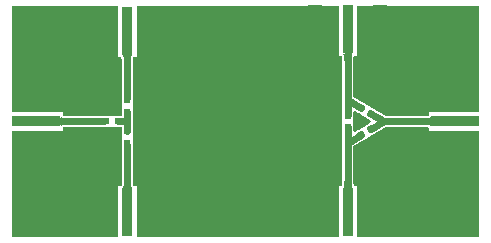
<source format=gtl>
G04*
G04 #@! TF.GenerationSoftware,Altium Limited,Altium Designer,24.4.1 (13)*
G04*
G04 Layer_Physical_Order=1*
G04 Layer_Color=255*
%FSLAX25Y25*%
%MOIN*%
G70*
G04*
G04 #@! TF.SameCoordinates,8AE4C5FD-FAF6-43D2-9A58-D59D8264A591*
G04*
G04*
G04 #@! TF.FilePolarity,Positive*
G04*
G01*
G75*
%ADD10R,0.16142X0.03543*%
%ADD11R,0.16142X0.04921*%
%ADD12R,0.03543X0.16142*%
%ADD13R,0.04921X0.16142*%
%ADD14R,0.02362X0.02362*%
%ADD15R,0.02362X0.02362*%
%ADD16P,0.03341X4X345.0*%
%ADD17P,0.03341X4X105.0*%
%ADD31C,0.02362*%
%ADD32C,0.02756*%
G36*
X36220Y37463D02*
X37463D01*
Y36220D01*
X37500Y36036D01*
X37500Y34350D01*
X37500Y33850D01*
Y31680D01*
X37463Y31496D01*
Y18766D01*
X37437Y18339D01*
X37403Y18079D01*
X37362Y17875D01*
X37353Y17843D01*
X36319D01*
Y803D01*
X803D01*
Y36319D01*
X17834D01*
Y37350D01*
X17875Y37362D01*
X18062Y37400D01*
X18844Y37463D01*
X31496D01*
X31680Y37500D01*
X33850D01*
X34154Y37500D01*
X34654Y37500D01*
X36036D01*
X36220Y37463D01*
D02*
G37*
G36*
X19476Y38189D02*
X19027Y38183D01*
X17964Y38096D01*
X17705Y38044D01*
X17492Y37981D01*
X17327Y37905D01*
X17209Y37819D01*
X17138Y37720D01*
X17114Y37610D01*
Y41130D01*
X17138Y41020D01*
X17209Y40921D01*
X17327Y40835D01*
X17492Y40760D01*
X17705Y40696D01*
X17964Y40644D01*
X18271Y40603D01*
X19027Y40557D01*
X19476Y40551D01*
Y38189D01*
D02*
G37*
G36*
X36319Y60926D02*
X36909D01*
Y60925D01*
X37344D01*
X37362Y60865D01*
X37400Y60678D01*
X37463Y59897D01*
Y47244D01*
X37500Y47060D01*
Y44890D01*
X37500Y44587D01*
X37500Y44087D01*
Y42704D01*
X37463Y42520D01*
Y41277D01*
X36220D01*
X36036Y41240D01*
X34350Y41240D01*
X33850Y41240D01*
X31680D01*
X31496Y41277D01*
X18766D01*
X18339Y41303D01*
X18079Y41337D01*
X17875Y41378D01*
X17834Y41390D01*
Y42421D01*
X803D01*
Y77937D01*
X36319D01*
Y60926D01*
D02*
G37*
G36*
X41020Y61603D02*
X40921Y61532D01*
X40835Y61414D01*
X40759Y61248D01*
X40696Y61036D01*
X40644Y60776D01*
X40603Y60469D01*
X40557Y59713D01*
X40551Y59264D01*
X38189D01*
X38183Y59713D01*
X38096Y60776D01*
X38044Y61036D01*
X37981Y61248D01*
X37905Y61414D01*
X37819Y61532D01*
X37720Y61603D01*
X37610Y61626D01*
X41130D01*
X41020Y61603D01*
D02*
G37*
G36*
X40557Y19027D02*
X40644Y17964D01*
X40696Y17705D01*
X40759Y17492D01*
X40835Y17327D01*
X40921Y17209D01*
X41020Y17138D01*
X41130Y17114D01*
X37610D01*
X37720Y17138D01*
X37819Y17209D01*
X37905Y17327D01*
X37981Y17492D01*
X38044Y17705D01*
X38096Y17964D01*
X38137Y18271D01*
X38183Y19027D01*
X38189Y19476D01*
X40551D01*
X40557Y19027D01*
D02*
G37*
G36*
X109744Y61284D02*
X110780D01*
X110787Y61259D01*
X110825Y61071D01*
X110889Y60290D01*
Y46458D01*
X110890Y46452D01*
X110889Y46447D01*
X110919Y41359D01*
X110925Y41327D01*
Y39469D01*
X110925D01*
Y39272D01*
X110925D01*
Y37413D01*
X110919Y37381D01*
X110889Y32293D01*
X110890Y32288D01*
X110889Y32282D01*
Y18766D01*
X110862Y18339D01*
X110828Y18079D01*
X110795Y17913D01*
X109744D01*
Y803D01*
X42421D01*
Y17843D01*
X41388D01*
X41378Y17875D01*
X41341Y18062D01*
X41277Y18844D01*
Y31496D01*
X41240Y31680D01*
Y33850D01*
X41240Y34154D01*
X41240Y34654D01*
Y36036D01*
X41277Y36220D01*
Y39370D01*
Y42520D01*
X41240Y42704D01*
X41240Y44390D01*
X41240Y44890D01*
Y47060D01*
X41277Y47244D01*
Y59975D01*
X41303Y60401D01*
X41337Y60661D01*
X41378Y60865D01*
X41396Y60925D01*
X41831D01*
Y60926D01*
X42421D01*
Y77937D01*
X109744D01*
Y61284D01*
D02*
G37*
G36*
X114445Y61996D02*
X114347Y61925D01*
X114260Y61807D01*
X114185Y61642D01*
X114121Y61429D01*
X114069Y61169D01*
X114028Y60862D01*
X113982Y60106D01*
X113976Y59658D01*
X111614D01*
X111608Y60106D01*
X111522Y61169D01*
X111470Y61429D01*
X111406Y61642D01*
X111331Y61807D01*
X111244Y61925D01*
X111146Y61996D01*
X111036Y62020D01*
X114555D01*
X114445Y61996D01*
D02*
G37*
G36*
X156677Y42421D02*
X139979D01*
Y41831D01*
X139961D01*
Y41396D01*
X139901Y41378D01*
X139713Y41341D01*
X138932Y41277D01*
X125505D01*
X123128Y42630D01*
X119918Y44484D01*
Y44484D01*
X119747Y44582D01*
X119747Y44582D01*
X118243Y45451D01*
X118149Y45534D01*
X114702Y47551D01*
Y60368D01*
X114728Y60795D01*
X114762Y61054D01*
X114803Y61259D01*
X114811Y61284D01*
X115847D01*
Y77937D01*
X156677D01*
Y42421D01*
D02*
G37*
G36*
X140662Y37610D02*
X140638Y37720D01*
X140567Y37819D01*
X140449Y37905D01*
X140284Y37981D01*
X140071Y38044D01*
X139811Y38096D01*
X139504Y38137D01*
X138748Y38183D01*
X138299Y38189D01*
Y40551D01*
X138748Y40557D01*
X139811Y40644D01*
X140071Y40696D01*
X140284Y40760D01*
X140449Y40835D01*
X140567Y40921D01*
X140638Y41020D01*
X140662Y41130D01*
Y37610D01*
D02*
G37*
G36*
X116223Y42243D02*
X116463Y42159D01*
X117877Y41343D01*
Y41343D01*
X118048Y41245D01*
X118048Y41245D01*
X119299Y40522D01*
X119635Y40231D01*
X120708Y39620D01*
Y39120D01*
X119635Y38509D01*
X119299Y38218D01*
X118310Y37647D01*
X118048Y37495D01*
X117877Y37397D01*
X117444Y37147D01*
X116463Y36581D01*
X116223Y36498D01*
X115158Y35874D01*
X114725Y36124D01*
X114732Y37358D01*
X114665Y37705D01*
Y39272D01*
X114665D01*
Y39469D01*
X114665D01*
Y41036D01*
X114732Y41382D01*
X114725Y42616D01*
X115158Y42866D01*
X116223Y42243D01*
D02*
G37*
G36*
X139437Y37437D02*
X139696Y37403D01*
X139901Y37362D01*
X139961Y37344D01*
Y36909D01*
X139979D01*
Y36319D01*
X156677D01*
Y803D01*
X115846D01*
Y17913D01*
X114796D01*
X114766Y18062D01*
X114702Y18844D01*
Y31189D01*
X118149Y33206D01*
X118243Y33289D01*
X119747Y34158D01*
X119747Y34158D01*
X120180Y34408D01*
X123128Y36110D01*
X125505Y37463D01*
X139010D01*
X139437Y37437D01*
D02*
G37*
G36*
X113982Y19027D02*
X114069Y17964D01*
X114121Y17705D01*
X114185Y17492D01*
X114260Y17327D01*
X114347Y17209D01*
X114445Y17138D01*
X114555Y17114D01*
X111036D01*
X111145Y17138D01*
X111244Y17209D01*
X111331Y17327D01*
X111406Y17492D01*
X111469Y17705D01*
X111522Y17964D01*
X111562Y18271D01*
X111608Y19027D01*
X111614Y19476D01*
X113976D01*
X113982Y19027D01*
D02*
G37*
D10*
X9055Y39370D02*
D03*
X148721D02*
D03*
D11*
X9055Y50295D02*
D03*
Y28445D02*
D03*
X148721D02*
D03*
Y50295D02*
D03*
D12*
X39370Y9055D02*
D03*
Y69685D02*
D03*
X112795Y70079D02*
D03*
X112795Y9055D02*
D03*
D13*
X28445D02*
D03*
X50295D02*
D03*
Y69685D02*
D03*
X28445D02*
D03*
X123721Y70079D02*
D03*
X101870D02*
D03*
X101870Y9055D02*
D03*
X123720D02*
D03*
D14*
X112795Y37402D02*
D03*
Y41339D02*
D03*
X39370Y32283D02*
D03*
Y36220D02*
D03*
Y46457D02*
D03*
Y42520D02*
D03*
D15*
X36220Y39370D02*
D03*
X32283D02*
D03*
D16*
X117193Y34843D02*
D03*
X120602Y36811D02*
D03*
D17*
Y41929D02*
D03*
X117193Y43898D02*
D03*
D31*
X9055Y39370D02*
X31496D01*
X7874D02*
X9055D01*
X39370Y9055D02*
Y31496D01*
Y7874D02*
Y9055D01*
Y69685D02*
Y70866D01*
Y47244D02*
Y69685D01*
X112795Y46458D02*
Y70866D01*
X148721Y39370D02*
X149606D01*
X125000D02*
X148721D01*
X120579Y41888D02*
X125000Y39370D01*
X120579Y36852D02*
X125000Y39370D01*
X112795Y9055D02*
Y32282D01*
Y7874D02*
Y9055D01*
X39370Y39370D02*
Y42520D01*
X36220Y39370D02*
X39370D01*
X112795Y70866D02*
X112795Y70866D01*
X112795Y32282D02*
X112795Y32282D01*
X112795Y46458D02*
X117186Y43888D01*
X112795Y46458D02*
X112825Y41370D01*
X112795Y32282D02*
X112825Y37370D01*
X112795Y32282D02*
X117186Y34852D01*
X39370Y36220D02*
Y39370D01*
D32*
X116929D02*
D03*
X101870Y70079D02*
D03*
X101969Y74213D02*
D03*
Y66339D02*
D03*
X123721Y70079D02*
D03*
X123819Y74213D02*
D03*
Y66339D02*
D03*
X148721Y50295D02*
D03*
X152854Y50197D02*
D03*
X144980D02*
D03*
X148721Y28445D02*
D03*
X152854Y28346D02*
D03*
X144980D02*
D03*
X123720Y9055D02*
D03*
X123622Y4921D02*
D03*
Y12795D02*
D03*
X101870Y9055D02*
D03*
X101772Y4921D02*
D03*
Y12795D02*
D03*
X50295Y9055D02*
D03*
X50197Y4921D02*
D03*
Y12795D02*
D03*
X28445Y9055D02*
D03*
X28346Y4921D02*
D03*
Y12795D02*
D03*
X50295Y69685D02*
D03*
X50197Y65551D02*
D03*
Y73425D02*
D03*
X28445Y69685D02*
D03*
X28346Y65551D02*
D03*
Y73425D02*
D03*
X9055Y50295D02*
D03*
X4921Y50394D02*
D03*
X12795D02*
D03*
Y28543D02*
D03*
X4921D02*
D03*
X9055Y28445D02*
D03*
X119165Y29528D02*
D03*
Y49213D02*
D03*
X122575Y47244D02*
D03*
Y31496D02*
D03*
X125984Y45276D02*
D03*
Y33465D02*
D03*
X129921D02*
D03*
Y45276D02*
D03*
X133858Y33465D02*
D03*
Y45276D02*
D03*
X153543D02*
D03*
X149606D02*
D03*
X145669D02*
D03*
X141732D02*
D03*
X137795D02*
D03*
Y33465D02*
D03*
X141732D02*
D03*
X145669D02*
D03*
X149606D02*
D03*
X153543D02*
D03*
X118701Y5906D02*
D03*
Y9843D02*
D03*
Y13780D02*
D03*
Y17717D02*
D03*
Y21654D02*
D03*
Y25591D02*
D03*
X118701Y53150D02*
D03*
Y57087D02*
D03*
Y61024D02*
D03*
Y64961D02*
D03*
Y68898D02*
D03*
Y72835D02*
D03*
X106890Y74803D02*
D03*
X106890Y70866D02*
D03*
X106890Y66929D02*
D03*
Y62992D02*
D03*
Y59055D02*
D03*
Y55118D02*
D03*
X106890Y51181D02*
D03*
X106890Y47244D02*
D03*
Y43307D02*
D03*
Y39370D02*
D03*
Y35433D02*
D03*
Y31496D02*
D03*
Y27559D02*
D03*
X106890Y23622D02*
D03*
Y19685D02*
D03*
X106890Y15748D02*
D03*
X106890Y11811D02*
D03*
X106890Y7874D02*
D03*
X106890Y3937D02*
D03*
X45276Y72835D02*
D03*
Y68898D02*
D03*
Y64961D02*
D03*
Y61024D02*
D03*
Y57087D02*
D03*
Y53150D02*
D03*
Y49213D02*
D03*
Y45276D02*
D03*
Y41339D02*
D03*
Y37402D02*
D03*
Y33465D02*
D03*
Y29528D02*
D03*
Y25591D02*
D03*
Y21654D02*
D03*
Y17717D02*
D03*
Y13780D02*
D03*
Y9843D02*
D03*
Y5906D02*
D03*
X33465D02*
D03*
Y9843D02*
D03*
Y13780D02*
D03*
Y17717D02*
D03*
Y21654D02*
D03*
Y25591D02*
D03*
Y29528D02*
D03*
Y33465D02*
D03*
X29528D02*
D03*
X25591D02*
D03*
X21654D02*
D03*
X17717D02*
D03*
X13780D02*
D03*
X9843D02*
D03*
X5906D02*
D03*
X33465Y72835D02*
D03*
Y68898D02*
D03*
Y64961D02*
D03*
Y61024D02*
D03*
Y57087D02*
D03*
Y53150D02*
D03*
X5906Y45276D02*
D03*
X9843D02*
D03*
X13780D02*
D03*
X17717D02*
D03*
X21654D02*
D03*
X25591D02*
D03*
X29528D02*
D03*
X33465Y49213D02*
D03*
Y45276D02*
D03*
M02*

</source>
